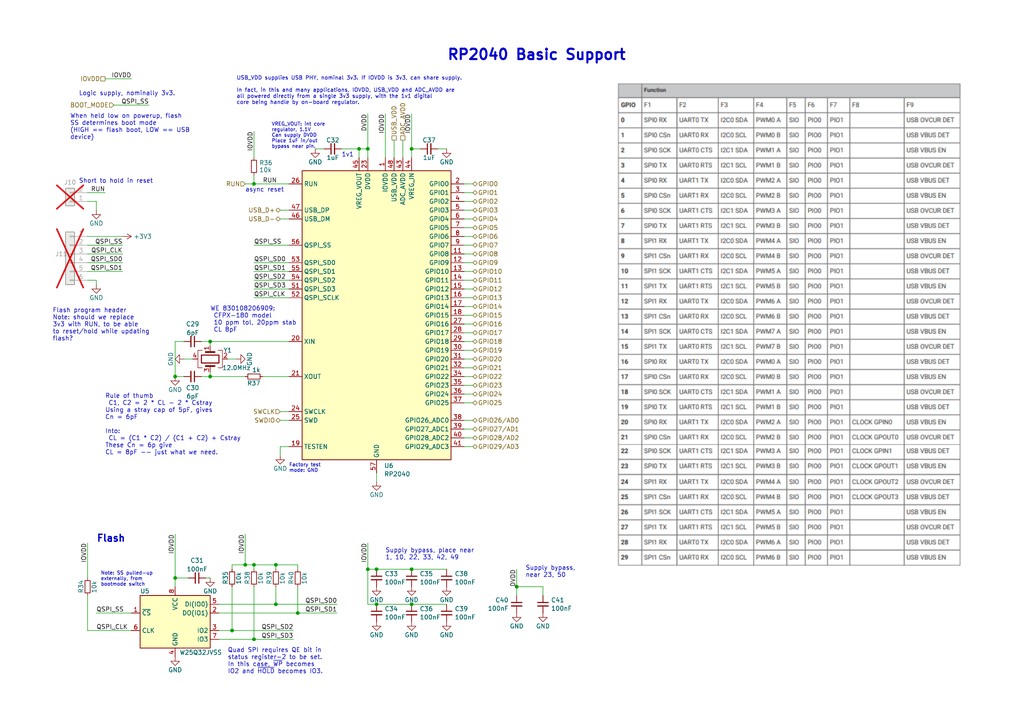
<source format=kicad_sch>
(kicad_sch (version 20230121) (generator eeschema)
  (paper "A4")
  (title_block (title "RP2040 Basic Support") (date "2023-11-22") (rev "1.0.3") (company "Psychogenic Technologies") (comment 1 "(C) 2023 Pat Deegan"))
  (lib_symbols
    (symbol "Connector_Generic:Conn_01x02" (pin_names (offset 1.016) hide)
      (property "Reference" "J" (at 0 2.54 0))
      (property "Value" "Conn_01x02" (at 0 -5.08 0))
      (symbol "Conn_01x02_1_1"
        (rectangle (start -1.27 -2.413) (end 0 -2.667) (stroke (width 0.1524)))
        (rectangle (start -1.27 0.127) (end 0 -0.127) (stroke (width 0.1524)))
        (rectangle (start -1.27 1.27) (end 1.27 -3.81) (stroke (width 0.254)) (fill (type background)))
        (pin passive line (at -5.08 0 0) (length 3.81) (name "Pin_1") (number "1"))
        (pin passive line (at -5.08 -2.54 0) (length 3.81) (name "Pin_2") (number "2"))
      )
    )
    (symbol "Connector_Generic:Conn_01x06" (pin_names (offset 1.016) hide)
      (property "Reference" "J" (at 0 7.62 0))
      (property "Value" "Conn_01x06" (at 0 -10.16 0))
      (symbol "Conn_01x06_1_1"
        (rectangle (start -1.27 -7.493) (end 0 -7.747) (stroke (width 0.1524)))
        (rectangle (start -1.27 -4.953) (end 0 -5.207) (stroke (width 0.1524)))
        (rectangle (start -1.27 -2.413) (end 0 -2.667) (stroke (width 0.1524)))
        (rectangle (start -1.27 0.127) (end 0 -0.127) (stroke (width 0.1524)))
        (rectangle (start -1.27 2.667) (end 0 2.413) (stroke (width 0.1524)))
        (rectangle (start -1.27 5.207) (end 0 4.953) (stroke (width 0.1524)))
        (rectangle (start -1.27 6.35) (end 1.27 -8.89) (stroke (width 0.254)) (fill (type background)))
        (pin passive line (at -5.08 5.08 0) (length 3.81) (name "Pin_1") (number "1"))
        (pin passive line (at -5.08 2.54 0) (length 3.81) (name "Pin_2") (number "2"))
        (pin passive line (at -5.08 0 0) (length 3.81) (name "Pin_3") (number "3"))
        (pin passive line (at -5.08 -2.54 0) (length 3.81) (name "Pin_4") (number "4"))
        (pin passive line (at -5.08 -5.08 0) (length 3.81) (name "Pin_5") (number "5"))
        (pin passive line (at -5.08 -7.62 0) (length 3.81) (name "Pin_6") (number "6"))
      )
    )
    (symbol "Device:C_Small" (pin_numbers hide) (pin_names (offset 0.254) hide)
      (property "Reference" "C" (at 0.254 1.778 0))
      (property "Value" "C_Small" (at 0.254 -2.032 0))
      (symbol "C_Small_0_1"
        (polyline (pts (xy -1.524 -0.508) (xy 1.524 -0.508)) (stroke (width 0.3302)))
        (polyline (pts (xy -1.524 0.508) (xy 1.524 0.508)) (stroke (width 0.3048)))
      )
      (symbol "C_Small_1_1"
        (pin passive line (at 0 2.54 270) (length 2.032) (name "~") (number "1"))
        (pin passive line (at 0 -2.54 90) (length 2.032) (name "~") (number "2"))
      )
    )
    (symbol "Device:Crystal_GND24" (pin_names (offset 1.016) hide)
      (property "Reference" "Y" (at 3.175 5.08 0))
      (property "Value" "Crystal_GND24" (at 3.175 3.175 0))
      (symbol "Crystal_GND24_0_1"
        (rectangle (start -1.143 2.54) (end 1.143 -2.54) (stroke (width 0.3048)))
        (polyline (pts (xy -2.54 0) (xy -2.032 0)))
        (polyline (pts (xy -2.032 -1.27) (xy -2.032 1.27)) (stroke (width 0.508)))
        (polyline (pts (xy 0 -3.81) (xy 0 -3.556)))
        (polyline (pts (xy 0 3.556) (xy 0 3.81)))
        (polyline (pts (xy 2.032 -1.27) (xy 2.032 1.27)) (stroke (width 0.508)))
        (polyline (pts (xy 2.032 0) (xy 2.54 0)))
        (polyline (pts (xy -2.54 -2.286) (xy -2.54 -3.556) (xy 2.54 -3.556) (xy 2.54 -2.286)))
        (polyline (pts (xy -2.54 2.286) (xy -2.54 3.556) (xy 2.54 3.556) (xy 2.54 2.286)))
      )
      (symbol "Crystal_GND24_1_1"
        (pin passive line (at -3.81 0 0) (length 1.27) (name "1") (number "1"))
        (pin passive line (at 0 5.08 270) (length 1.27) (name "2") (number "2"))
        (pin passive line (at 3.81 0 180) (length 1.27) (name "3") (number "3"))
        (pin passive line (at 0 -5.08 90) (length 1.27) (name "4") (number "4"))
      )
    )
    (symbol "Device:R_Small" (pin_numbers hide) (pin_names (offset 0.254) hide)
      (property "Reference" "R" (at 0.762 0.508 0))
      (property "Value" "R_Small" (at 0.762 -1.016 0))
      (symbol "R_Small_0_1"
        (rectangle (start -0.762 1.778) (end 0.762 -1.778) (stroke (width 0.2032)))
      )
      (symbol "R_Small_1_1"
        (pin passive line (at 0 2.54 270) (length 0.762) (name "~") (number "1"))
        (pin passive line (at 0 -2.54 90) (length 0.762) (name "~") (number "2"))
      )
    )
    (symbol "MCU_RaspberryPi:RP2040"
      (property "Reference" "U" (at 17.78 45.72 0))
      (property "Value" "RP2040" (at 17.78 43.18 0))
      (symbol "RP2040_0_1"
        (rectangle (start -21.59 41.91) (end 21.59 -41.91) (stroke (width 0.254)) (fill (type background)))
      )
      (symbol "RP2040_1_1"
        (pin power_in line (at 2.54 45.72 270) (length 3.81) (name "IOVDD") (number "1"))
        (pin passive line (at 2.54 45.72 270) (length 3.81) hide (name "IOVDD") (number "10"))
        (pin bidirectional line (at 25.4 17.78 180) (length 3.81) (name "GPIO8") (number "11"))
        (pin bidirectional line (at 25.4 15.24 180) (length 3.81) (name "GPIO9") (number "12"))
        (pin bidirectional line (at 25.4 12.7 180) (length 3.81) (name "GPIO10") (number "13"))
        (pin bidirectional line (at 25.4 10.16 180) (length 3.81) (name "GPIO11") (number "14"))
        (pin bidirectional line (at 25.4 7.62 180) (length 3.81) (name "GPIO12") (number "15"))
        (pin bidirectional line (at 25.4 5.08 180) (length 3.81) (name "GPIO13") (number "16"))
        (pin bidirectional line (at 25.4 2.54 180) (length 3.81) (name "GPIO14") (number "17"))
        (pin bidirectional line (at 25.4 0 180) (length 3.81) (name "GPIO15") (number "18"))
        (pin input line (at -25.4 -38.1 0) (length 3.81) (name "TESTEN") (number "19"))
        (pin bidirectional line (at 25.4 38.1 180) (length 3.81) (name "GPIO0") (number "2"))
        (pin input line (at -25.4 -7.62 0) (length 3.81) (name "XIN") (number "20"))
        (pin passive line (at -25.4 -17.78 0) (length 3.81) (name "XOUT") (number "21"))
        (pin passive line (at 2.54 45.72 270) (length 3.81) hide (name "IOVDD") (number "22"))
        (pin power_in line (at -2.54 45.72 270) (length 3.81) (name "DVDD") (number "23"))
        (pin input line (at -25.4 -27.94 0) (length 3.81) (name "SWCLK") (number "24"))
        (pin bidirectional line (at -25.4 -30.48 0) (length 3.81) (name "SWD") (number "25"))
        (pin input line (at -25.4 38.1 0) (length 3.81) (name "RUN") (number "26"))
        (pin bidirectional line (at 25.4 -2.54 180) (length 3.81) (name "GPIO16") (number "27"))
        (pin bidirectional line (at 25.4 -5.08 180) (length 3.81) (name "GPIO17") (number "28"))
        (pin bidirectional line (at 25.4 -7.62 180) (length 3.81) (name "GPIO18") (number "29"))
        (pin bidirectional line (at 25.4 35.56 180) (length 3.81) (name "GPIO1") (number "3"))
        (pin bidirectional line (at 25.4 -10.16 180) (length 3.81) (name "GPIO19") (number "30"))
        (pin bidirectional line (at 25.4 -12.7 180) (length 3.81) (name "GPIO20") (number "31"))
        (pin bidirectional line (at 25.4 -15.24 180) (length 3.81) (name "GPIO21") (number "32"))
        (pin passive line (at 2.54 45.72 270) (length 3.81) hide (name "IOVDD") (number "33"))
        (pin bidirectional line (at 25.4 -17.78 180) (length 3.81) (name "GPIO22") (number "34"))
        (pin bidirectional line (at 25.4 -20.32 180) (length 3.81) (name "GPIO23") (number "35"))
        (pin bidirectional line (at 25.4 -22.86 180) (length 3.81) (name "GPIO24") (number "36"))
        (pin bidirectional line (at 25.4 -25.4 180) (length 3.81) (name "GPIO25") (number "37"))
        (pin bidirectional line (at 25.4 -30.48 180) (length 3.81) (name "GPIO26_ADC0") (number "38"))
        (pin bidirectional line (at 25.4 -33.02 180) (length 3.81) (name "GPIO27_ADC1") (number "39"))
        (pin bidirectional line (at 25.4 33.02 180) (length 3.81) (name "GPIO2") (number "4"))
        (pin bidirectional line (at 25.4 -35.56 180) (length 3.81) (name "GPIO28_ADC2") (number "40"))
        (pin bidirectional line (at 25.4 -38.1 180) (length 3.81) (name "GPIO29_ADC3") (number "41"))
        (pin passive line (at 2.54 45.72 270) (length 3.81) hide (name "IOVDD") (number "42"))
        (pin power_in line (at 7.62 45.72 270) (length 3.81) (name "ADC_AVDD") (number "43"))
        (pin power_in line (at 10.16 45.72 270) (length 3.81) (name "VREG_IN") (number "44"))
        (pin power_out line (at -5.08 45.72 270) (length 3.81) (name "VREG_VOUT") (number "45"))
        (pin bidirectional line (at -25.4 27.94 0) (length 3.81) (name "USB_DM") (number "46"))
        (pin bidirectional line (at -25.4 30.48 0) (length 3.81) (name "USB_DP") (number "47"))
        (pin power_in line (at 5.08 45.72 270) (length 3.81) (name "USB_VDD") (number "48"))
        (pin passive line (at 2.54 45.72 270) (length 3.81) hide (name "IOVDD") (number "49"))
        (pin bidirectional line (at 25.4 30.48 180) (length 3.81) (name "GPIO3") (number "5"))
        (pin passive line (at -2.54 45.72 270) (length 3.81) hide (name "DVDD") (number "50"))
        (pin bidirectional line (at -25.4 7.62 0) (length 3.81) (name "QSPI_SD3") (number "51"))
        (pin output line (at -25.4 5.08 0) (length 3.81) (name "QSPI_SCLK") (number "52"))
        (pin bidirectional line (at -25.4 15.24 0) (length 3.81) (name "QSPI_SD0") (number "53"))
        (pin bidirectional line (at -25.4 10.16 0) (length 3.81) (name "QSPI_SD2") (number "54"))
        (pin bidirectional line (at -25.4 12.7 0) (length 3.81) (name "QSPI_SD1") (number "55"))
        (pin bidirectional line (at -25.4 20.32 0) (length 3.81) (name "QSPI_SS") (number "56"))
        (pin power_in line (at 0 -45.72 90) (length 3.81) (name "GND") (number "57"))
        (pin bidirectional line (at 25.4 27.94 180) (length 3.81) (name "GPIO4") (number "6"))
        (pin bidirectional line (at 25.4 25.4 180) (length 3.81) (name "GPIO5") (number "7"))
        (pin bidirectional line (at 25.4 22.86 180) (length 3.81) (name "GPIO6") (number "8"))
        (pin bidirectional line (at 25.4 20.32 180) (length 3.81) (name "GPIO7") (number "9"))
      )
    )
    (symbol "Memory_Flash:W25Q32JVSS"
      (property "Reference" "U" (at -8.89 8.89 0))
      (property "Value" "W25Q32JVSS" (at 7.62 8.89 0))
      (symbol "W25Q32JVSS_0_1"
        (rectangle (start -10.16 7.62) (end 10.16 -7.62) (stroke (width 0.254)) (fill (type background)))
      )
      (symbol "W25Q32JVSS_1_1"
        (pin input line (at -12.7 2.54 0) (length 2.54) (name "~{CS}") (number "1"))
        (pin bidirectional line (at 12.7 2.54 180) (length 2.54) (name "DO(IO1)") (number "2"))
        (pin bidirectional line (at 12.7 -2.54 180) (length 2.54) (name "IO2") (number "3"))
        (pin power_in line (at 0 -10.16 90) (length 2.54) (name "GND") (number "4"))
        (pin bidirectional line (at 12.7 5.08 180) (length 2.54) (name "DI(IO0)") (number "5"))
        (pin input line (at -12.7 -2.54 0) (length 2.54) (name "CLK") (number "6"))
        (pin bidirectional line (at 12.7 -5.08 180) (length 2.54) (name "IO3") (number "7"))
        (pin power_in line (at 0 10.16 270) (length 2.54) (name "VCC") (number "8"))
      )
    )
    (symbol "power:+3V3" (power) (pin_names (offset 0))
      (property "Value" "+3V3" (at 0 3.556 0))
      (symbol "+3V3_0_1"
        (polyline (pts (xy -0.762 1.27) (xy 0 2.54)))
        (polyline (pts (xy 0 0) (xy 0 2.54)))
        (polyline (pts (xy 0 2.54) (xy 0.762 1.27)))
      )
      (symbol "+3V3_1_1"
        (pin power_in line (at 0 0 90) (length 0) hide (name "+3V3") (number "1"))
      )
    )
    (symbol "power:GND" (power) (pin_names (offset 0))
      (property "Value" "GND" (at 0 -3.81 0))
      (symbol "GND_0_1"
        (polyline (pts (xy 0 0) (xy 0 -1.27) (xy 1.27 -1.27) (xy 0 -2.54) (xy -1.27 -1.27) (xy 0 -1.27)))
      )
      (symbol "GND_1_1"
        (pin power_in line (at 0 0 270) (length 0) hide (name "GND") (number "1"))
      )
    )
  )
  (junction (at 73.66 185.42))
  (junction (at 106.68 43.18))
  (junction (at 67.31 182.88))
  (junction (at 149.86 170.18))
  (junction (at 80.01 175.26))
  (junction (at 119.38 175.26))
  (junction (at 119.38 43.18))
  (junction (at 119.38 165.1))
  (junction (at 60.96 109.22))
  (junction (at 104.14 43.18))
  (junction (at 60.96 99.06))
  (junction (at 50.8 167.64))
  (junction (at 106.68 165.1))
  (junction (at 73.66 53.34))
  (junction (at 80.01 163.83))
  (junction (at 73.66 163.83))
  (junction (at 109.22 165.1))
  (junction (at 109.22 175.26))
  (junction (at 86.36 177.8))
  (junction (at 71.12 163.83))
  (junction (at 50.8 109.22))
  (wire (pts (xy 81.28 119.38) (xy 83.82 119.38)))
  (wire (pts (xy 73.66 86.36) (xy 83.82 86.36)))
  (wire (pts (xy 33.02 30.48) (xy 43.18 30.48)))
  (wire (pts (xy 58.42 109.22) (xy 60.96 109.22)))
  (wire (pts (xy 111.76 33.02) (xy 111.76 45.72)))
  (wire (pts (xy 30.48 22.86) (xy 38.1 22.86)))
  (wire (pts (xy 137.16 116.84) (xy 134.62 116.84)))
  (wire (pts (xy 60.96 99.06) (xy 83.82 99.06)))
  (wire (pts (xy 50.8 167.64) (xy 50.8 170.18)))
  (wire (pts (xy 73.66 78.74) (xy 83.82 78.74)))
  (wire (pts (xy 25.4 73.66) (xy 35.56 73.66)))
  (wire (pts (xy 25.4 55.88) (xy 30.48 55.88)))
  (wire (pts (xy 83.82 109.22) (xy 76.2 109.22)))
  (wire (pts (xy 149.86 170.18) (xy 149.86 172.72)))
  (wire (pts (xy 137.16 96.52) (xy 134.62 96.52)))
  (wire (pts (xy 137.16 81.28) (xy 134.62 81.28)))
  (wire (pts (xy 137.16 99.06) (xy 134.62 99.06)))
  (wire (pts (xy 53.34 104.14) (xy 55.88 104.14)))
  (wire (pts (xy 104.14 43.18) (xy 106.68 43.18)))
  (wire (pts (xy 60.96 100.33) (xy 60.96 99.06)))
  (wire (pts (xy 50.8 99.06) (xy 50.8 109.22)))
  (wire (pts (xy 25.4 68.58) (xy 35.56 68.58)))
  (wire (pts (xy 119.38 43.18) (xy 121.92 43.18)))
  (wire (pts (xy 73.66 81.28) (xy 83.82 81.28)))
  (wire (pts (xy 137.16 104.14) (xy 134.62 104.14)))
  (wire (pts (xy 83.82 129.54) (xy 81.28 129.54)))
  (wire (pts (xy 80.01 170.18) (xy 80.01 175.26)))
  (wire (pts (xy 25.4 172.72) (xy 25.4 182.88)))
  (wire (pts (xy 25.4 78.74) (xy 35.56 78.74)))
  (wire (pts (xy 25.4 71.12) (xy 35.56 71.12)))
  (wire (pts (xy 53.34 99.06) (xy 50.8 99.06)))
  (wire (pts (xy 106.68 157.48) (xy 106.68 165.1)))
  (wire (pts (xy 80.01 163.83) (xy 86.36 163.83)))
  (wire (pts (xy 137.16 127) (xy 134.62 127)))
  (wire (pts (xy 137.16 63.5) (xy 134.62 63.5)))
  (wire (pts (xy 59.69 167.64) (xy 60.96 167.64)))
  (wire (pts (xy 119.38 175.26) (xy 129.54 175.26)))
  (wire (pts (xy 86.36 163.83) (xy 86.36 165.1)))
  (wire (pts (xy 137.16 129.54) (xy 134.62 129.54)))
  (wire (pts (xy 73.66 71.12) (xy 83.82 71.12)))
  (wire (pts (xy 25.4 81.28) (xy 27.94 81.28)))
  (wire (pts (xy 63.5 182.88) (xy 67.31 182.88)))
  (wire (pts (xy 73.66 163.83) (xy 73.66 165.1)))
  (wire (pts (xy 27.94 82.55) (xy 27.94 81.28)))
  (wire (pts (xy 137.16 66.04) (xy 134.62 66.04)))
  (wire (pts (xy 137.16 91.44) (xy 134.62 91.44)))
  (wire (pts (xy 149.86 170.18) (xy 157.48 170.18)))
  (wire (pts (xy 137.16 73.66) (xy 134.62 73.66)))
  (wire (pts (xy 137.16 93.98) (xy 134.62 93.98)))
  (wire (pts (xy 116.84 40.64) (xy 116.84 45.72)))
  (wire (pts (xy 80.01 163.83) (xy 80.01 165.1)))
  (wire (pts (xy 106.68 175.26) (xy 109.22 175.26)))
  (wire (pts (xy 104.14 43.18) (xy 99.06 43.18)))
  (wire (pts (xy 80.01 175.26) (xy 97.79 175.26)))
  (wire (pts (xy 73.66 76.2) (xy 83.82 76.2)))
  (wire (pts (xy 63.5 185.42) (xy 73.66 185.42)))
  (wire (pts (xy 67.31 182.88) (xy 67.31 170.18)))
  (wire (pts (xy 71.12 53.34) (xy 73.66 53.34)))
  (wire (pts (xy 73.66 163.83) (xy 80.01 163.83)))
  (wire (pts (xy 137.16 109.22) (xy 134.62 109.22)))
  (wire (pts (xy 81.28 63.5) (xy 83.82 63.5)))
  (wire (pts (xy 25.4 182.88) (xy 38.1 182.88)))
  (wire (pts (xy 119.38 33.02) (xy 119.38 43.18)))
  (wire (pts (xy 73.66 50.8) (xy 73.66 53.34)))
  (wire (pts (xy 25.4 58.42) (xy 27.94 58.42)))
  (wire (pts (xy 81.28 121.92) (xy 83.82 121.92)))
  (wire (pts (xy 71.12 154.94) (xy 71.12 163.83)))
  (wire (pts (xy 25.4 76.2) (xy 35.56 76.2)))
  (wire (pts (xy 137.16 71.12) (xy 134.62 71.12)))
  (wire (pts (xy 137.16 55.88) (xy 134.62 55.88)))
  (wire (pts (xy 137.16 83.82) (xy 134.62 83.82)))
  (wire (pts (xy 104.14 45.72) (xy 104.14 43.18)))
  (wire (pts (xy 137.16 60.96) (xy 134.62 60.96)))
  (wire (pts (xy 27.94 177.8) (xy 38.1 177.8)))
  (wire (pts (xy 106.68 43.18) (xy 106.68 45.72)))
  (wire (pts (xy 106.68 33.02) (xy 106.68 43.18)))
  (wire (pts (xy 86.36 177.8) (xy 97.79 177.8)))
  (wire (pts (xy 73.66 83.82) (xy 83.82 83.82)))
  (wire (pts (xy 109.22 175.26) (xy 119.38 175.26)))
  (wire (pts (xy 86.36 170.18) (xy 86.36 177.8)))
  (wire (pts (xy 137.16 124.46) (xy 134.62 124.46)))
  (wire (pts (xy 58.42 99.06) (xy 60.96 99.06)))
  (wire (pts (xy 73.66 38.1) (xy 73.66 45.72)))
  (wire (pts (xy 27.94 58.42) (xy 27.94 60.96)))
  (wire (pts (xy 137.16 78.74) (xy 134.62 78.74)))
  (wire (pts (xy 50.8 167.64) (xy 54.61 167.64)))
  (wire (pts (xy 67.31 165.1) (xy 67.31 163.83)))
  (wire (pts (xy 137.16 53.34) (xy 134.62 53.34)))
  (wire (pts (xy 50.8 109.22) (xy 53.34 109.22)))
  (wire (pts (xy 73.66 53.34) (xy 83.82 53.34)))
  (wire (pts (xy 109.22 165.1) (xy 119.38 165.1)))
  (wire (pts (xy 67.31 163.83) (xy 71.12 163.83)))
  (wire (pts (xy 157.48 170.18) (xy 157.48 172.72)))
  (wire (pts (xy 137.16 88.9) (xy 134.62 88.9)))
  (wire (pts (xy 71.12 163.83) (xy 73.66 163.83)))
  (wire (pts (xy 63.5 175.26) (xy 80.01 175.26)))
  (wire (pts (xy 137.16 121.92) (xy 134.62 121.92)))
  (wire (pts (xy 137.16 111.76) (xy 134.62 111.76)))
  (wire (pts (xy 81.28 129.54) (xy 81.28 132.08)))
  (wire (pts (xy 73.66 185.42) (xy 85.09 185.42)))
  (wire (pts (xy 119.38 43.18) (xy 119.38 45.72)))
  (wire (pts (xy 137.16 68.58) (xy 134.62 68.58)))
  (wire (pts (xy 114.3 40.64) (xy 114.3 45.72)))
  (wire (pts (xy 119.38 165.1) (xy 129.54 165.1)))
  (wire (pts (xy 63.5 177.8) (xy 86.36 177.8)))
  (wire (pts (xy 25.4 157.48) (xy 25.4 167.64)))
  (wire (pts (xy 67.31 182.88) (xy 85.09 182.88)))
  (wire (pts (xy 91.44 43.18) (xy 93.98 43.18)))
  (wire (pts (xy 127 43.18) (xy 129.54 43.18)))
  (wire (pts (xy 137.16 58.42) (xy 134.62 58.42)))
  (wire (pts (xy 106.68 165.1) (xy 106.68 175.26)))
  (wire (pts (xy 50.8 154.94) (xy 50.8 167.64)))
  (wire (pts (xy 71.12 109.22) (xy 60.96 109.22)))
  (wire (pts (xy 106.68 165.1) (xy 109.22 165.1)))
  (wire (pts (xy 109.22 137.16) (xy 109.22 139.7)))
  (wire (pts (xy 149.86 165.1) (xy 149.86 170.18)))
  (wire (pts (xy 137.16 86.36) (xy 134.62 86.36)))
  (wire (pts (xy 137.16 76.2) (xy 134.62 76.2)))
  (wire (pts (xy 137.16 114.3) (xy 134.62 114.3)))
  (wire (pts (xy 137.16 106.68) (xy 134.62 106.68)))
  (wire (pts (xy 73.66 170.18) (xy 73.66 185.42)))
  (wire (pts (xy 66.04 104.14) (xy 68.58 104.14)))
  (wire (pts (xy 81.28 60.96) (xy 83.82 60.96)))
  (wire (pts (xy 60.96 109.22) (xy 60.96 107.95)))
  (wire (pts (xy 137.16 101.6) (xy 134.62 101.6)))
  (image (at 228.6 93.98) (scale 2.35212))
  (text "async reset" (at 71.12 55.88 0) (effects (font (size 1.27 1.27)) (justify left bottom)))
  (text "RP2040 Basic Support" (at 129.54 17.78 0) (effects (font (size 3 3) (thickness 0.6) bold) (justify left bottom)))
  (text "Flash" (at 27.94 157.48 0) (effects (font (size 2 2) (thickness 0.4) bold) (justify left bottom)))
  (text "Short to hold in reset" (at 22.86 53.34 0) (effects (font (size 1.27 1.27)) (justify left bottom)))
  (text "VREG_VOUT: int core\nregulator, 1.1V\nCan supply DVDD\nPlace 1uF in/out \nbypass near pin." (at 78.74 43.18 0) (effects (font (size 1 1)) (justify left bottom)))
  (text "When held low on powerup, flash\nSS determines boot mode \n(HIGH == flash boot, LOW == USB \ndevice)" (at 20.32 40.64 0) (effects (font (size 1.27 1.27)) (justify left bottom)))
  (text "WE 830108206909:\n CFPX-180 model\n 10 ppm tol, 20ppm stab\n CL 8pF" (at 60.96 96.52 0) (effects (font (size 1.27 1.27)) (justify left bottom)))
  (text "1v1" (at 99.06 45.72 0) (effects (font (size 1.27 1.27)) (justify left bottom)))
  (text "USB_VDD supplies USB PHY, nominal 3v3. If IOVDD is 3v3, can share supply.\n\nIn fact, in this and many applications, IOVDD, USB_VDD and ADC_AVDD are\nall powered directly from a single 3v3 supply, with the 1v1 digital \ncore being handle by on-board regulator." (at 68.58 30.48 0) (effects (font (size 1.1 1.1)) (justify left bottom)))
  (text "Flash program header\nNote: should we replace\n3v3 with RUN, to be able\nto reset/hold while updating\nflash?" (at 15.24 99.06 0) (effects (font (size 1.27 1.27)) (justify left bottom)))
  (text "Supply bypass, place near\n1, 10, 22, 33, 42, 49" (at 111.76 162.56 0) (effects (font (size 1.27 1.27)) (justify left bottom)))
  (text "Quad SPI requires QE bit in \nstatus register-2 to be set.\nIn this case, ~{WP} becomes \nIO2 and ~{HOLD} becomes IO3." (at 66.04 195.58 0) (effects (font (size 1.27 1.27)) (justify left bottom)))
  (text "Factory test\nmode: GND" (at 83.82 137.16 0) (effects (font (size 1 1)) (justify left bottom)))
  (text "Rule of thumb\n C1, C2 = 2 * CL - 2 * Cstray\nUsing a stray cap of 5pF, gives\nCn = 6pF\n\nInto:\n CL = (C1 * C2) / (C1 + C2) + Cstray\nThese Cn = 6p give\nCL = 8pF -- just what we need." (at 30.48 132.08 0) (effects (font (size 1.27 1.27)) (justify left bottom)))
  (text "Logic supply, nominally 3v3." (at 22.86 27.94 0) (effects (font (size 1.27 1.27)) (justify left bottom)))
  (text "Supply bypass,\nnear 23, 50" (at 152.4 167.64 0) (effects (font (size 1.27 1.27)) (justify left bottom)))
  (text "Note: SS pulled-up\nexternally, from \nbootmode switch" (at 29.21 170.18 0) (effects (font (size 1 1)) (justify left bottom)))
  (label "QSPI_SS" (at 35.56 71.12 180))
  (label "QSPI_SD2" (at 85.09 182.88 180))
  (label "QSPI_SD1" (at 97.79 177.8 180))
  (label "RUN" (at 30.48 55.88 180))
  (label "RUN" (at 76.2 53.34 0))
  (label "DVDD" (at 106.68 33.02 270))
  (label "DVDD" (at 149.86 165.1 270))
  (label "IOVDD" (at 73.66 38.1 270))
  (label "QSPI_CLK" (at 27.94 182.88 0))
  (label "IOVDD" (at 119.38 33.02 270))
  (label "QSPI_SD1" (at 73.66 78.74 0))
  (label "QSPI_SD0" (at 73.66 76.2 0))
  (label "IOVDD" (at 38.1 22.86 180))
  (label "QSPI_SD0" (at 97.79 175.26 180))
  (label "QSPI_SD3" (at 73.66 83.82 0))
  (label "QSPI_SD2" (at 73.66 81.28 0))
  (label "IOVDD" (at 106.68 157.48 270))
  (label "QSPI_SS" (at 43.18 30.48 180))
  (label "QSPI_SD1" (at 35.56 78.74 180))
  (label "QSPI_CLK" (at 73.66 86.36 0))
  (label "QSPI_SD0" (at 35.56 76.2 180))
  (label "IOVDD" (at 71.12 154.94 270))
  (label "QSPI_SS" (at 27.94 177.8 0))
  (label "QSPI_SS" (at 73.66 71.12 0))
  (label "IOVDD" (at 111.76 33.02 270))
  (label "IOVDD" (at 25.4 157.48 270))
  (label "QSPI_CLK" (at 35.56 73.66 180))
  (label "IOVDD" (at 50.8 154.94 270))
  (label "QSPI_SD3" (at 85.09 185.42 180))
  (hierarchical_label "GPIO26{slash}AD0" (shape bidirectional) (at 137.16 121.92 0))
  (hierarchical_label "GPIO0" (shape bidirectional) (at 137.16 53.34 0))
  (hierarchical_label "GPIO4" (shape bidirectional) (at 137.16 63.5 0))
  (hierarchical_label "GPIO25" (shape bidirectional) (at 137.16 116.84 0))
  (hierarchical_label "BOOT_MODE" (shape input) (at 33.02 30.48 180))
  (hierarchical_label "GPIO15" (shape bidirectional) (at 137.16 91.44 0))
  (hierarchical_label "ADC_AVDD" (shape passive) (at 116.84 40.64 90))
  (hierarchical_label "GPIO10" (shape bidirectional) (at 137.16 78.74 0))
  (hierarchical_label "GPIO13" (shape bidirectional) (at 137.16 86.36 0))
  (hierarchical_label "GPIO14" (shape bidirectional) (at 137.16 88.9 0))
  (hierarchical_label "GPIO18" (shape bidirectional) (at 137.16 99.06 0))
  (hierarchical_label "GPIO24" (shape bidirectional) (at 137.16 114.3 0))
  (hierarchical_label "SWDIO" (shape bidirectional) (at 81.28 121.92 180))
  (hierarchical_label "USB_D+" (shape bidirectional) (at 81.28 60.96 180))
  (hierarchical_label "GPIO16" (shape bidirectional) (at 137.16 93.98 0))
  (hierarchical_label "SWCLK" (shape input) (at 81.28 119.38 180))
  (hierarchical_label "GPIO27{slash}AD1" (shape bidirectional) (at 137.16 124.46 0))
  (hierarchical_label "GPIO5" (shape bidirectional) (at 137.16 66.04 0))
  (hierarchical_label "GPIO28{slash}AD2" (shape bidirectional) (at 137.16 127 0))
  (hierarchical_label "USB_D-" (shape bidirectional) (at 81.28 63.5 180))
  (hierarchical_label "USB_VDD" (shape passive) (at 114.3 40.64 90))
  (hierarchical_label "GPIO6" (shape bidirectional) (at 137.16 68.58 0))
  (hierarchical_label "GPIO22" (shape bidirectional) (at 137.16 109.22 0))
  (hierarchical_label "GPIO2" (shape bidirectional) (at 137.16 58.42 0))
  (hierarchical_label "GPIO21" (shape bidirectional) (at 137.16 106.68 0))
  (hierarchical_label "GPIO29{slash}AD3" (shape bidirectional) (at 137.16 129.54 0))
  (hierarchical_label "GPIO20" (shape bidirectional) (at 137.16 104.14 0))
  (hierarchical_label "GPIO19" (shape bidirectional) (at 137.16 101.6 0))
  (hierarchical_label "IOVDD" (shape passive) (at 30.48 22.86 180))
  (hierarchical_label "GPIO23" (shape bidirectional) (at 137.16 111.76 0))
  (hierarchical_label "GPIO8" (shape bidirectional) (at 137.16 73.66 0))
  (hierarchical_label "GPIO17" (shape bidirectional) (at 137.16 96.52 0))
  (hierarchical_label "RUN" (shape input) (at 71.12 53.34 180))
  (hierarchical_label "GPIO11" (shape bidirectional) (at 137.16 81.28 0))
  (hierarchical_label "GPIO9" (shape bidirectional) (at 137.16 76.2 0))
  (hierarchical_label "GPIO1" (shape bidirectional) (at 137.16 55.88 0))
  (hierarchical_label "GPIO7" (shape bidirectional) (at 137.16 71.12 0))
  (hierarchical_label "GPIO12" (shape bidirectional) (at 137.16 83.82 0))
  (hierarchical_label "GPIO3" (shape bidirectional) (at 137.16 60.96 0))
  (symbol (lib_id "power:GND") (at 149.86 177.8 0) (mirror y) (unit 1)
    (property "Reference" "#PWR0108" (effects hide))
    (property "Value" "GND" (at 149.86 181.61 0))
  )
  (symbol (lib_id "power:GND") (at 60.96 167.64 0) (mirror y) (unit 1)
    (property "Reference" "#PWR096" (effects hide))
    (property "Value" "GND" (at 60.96 171.45 0))
  )
  (symbol (lib_id "Device:C_Small") (at 55.88 109.22 270) (unit 1)
    (property "Reference" "C30" (at 55.8736 112.5022 90))
    (property "Value" "6pF" (at 55.8736 114.9264 90))
    (property "Footprint" "Capacitor_SMD:C_0402_1005Metric" (effects hide))
    (property "MPN" "CC0402BRNPO9BN6R0" (effects hide))
    (property "Characteristics" "6pF 10% 50V XR 0402" (effects hide))
  )
  (symbol (lib_id "power:GND") (at 109.22 170.18 0) (mirror y) (unit 1)
    (property "Reference" "#PWR0101" (effects hide))
    (property "Value" "GND" (at 109.22 173.99 0))
  )
  (symbol (lib_id "Device:R_Small") (at 80.01 167.64 0) (mirror y) (unit 1)
    (property "Reference" "R39" (at 78.105 169.545 90) (effects (justify left)))
    (property "Value" "10k" (at 81.915 169.545 90) (effects (justify left)))
    (property "Footprint" "Resistor_SMD:R_0402_1005Metric" (effects hide))
    (property "MPN" "RC0402FR-0710KL" (effects hide))
    (property "Characteristics" "10k 0402" (effects hide))
    (property "MPN_ALT" "WR04X1002FTL" (effects hide))
  )
  (symbol (lib_id "Device:C_Small") (at 119.38 177.8 0) (unit 1)
    (property "Reference" "C36" (at 121.7041 176.5942 0) (effects (justify left)))
    (property "Value" "100nF" (at 121.7041 179.0184 0) (effects (justify left)))
    (property "Footprint" "Capacitor_SMD:C_0402_1005Metric" (effects hide))
    (property "MPN" "CL05A104KA5NNNC" (effects hide))
    (property "Characteristics" "100n 10% 25V XR 0402" (effects hide))
    (property "MPN_ALT" "GRM155R71E104KE14J" (effects hide))
  )
  (symbol (lib_id "MCU_RaspberryPi:RP2040") (at 109.22 91.44 0) (unit 1)
    (property "Reference" "U6" (at 111.4141 135.0701 0) (effects (justify left)))
    (property "Value" "RP2040" (at 111.4141 137.4943 0) (effects (justify left)))
    (property "Footprint" "Package_DFN_QFN:QFN-56-1EP_7x7mm_P0.4mm_EP3.2x3.2mm" (effects hide))
    (property "Datasheet" "https://datasheets.raspberrypi.com/rp2040/rp2040-datasheet.pdf" (effects hide))
    (property "DigikeyPN" "2648-SC0914(13)CT-ND" (effects hide))
    (property "MPN" "SC0914(13)" (effects hide))
  )
  (symbol (lib_id "Device:C_Small") (at 119.38 167.64 0) (unit 1)
    (property "Reference" "C35" (at 121.7041 166.4342 0) (effects (justify left)))
    (property "Value" "100nF" (at 121.7041 168.8584 0) (effects (justify left)))
    (property "Footprint" "Capacitor_SMD:C_0402_1005Metric" (effects hide))
    (property "MPN" "CL05A104KA5NNNC" (effects hide))
    (property "Characteristics" "100n 10% 25V XR 0402" (effects hide))
    (property "MPN_ALT" "GRM155R71E104KE14J" (effects hide))
  )
  (symbol (lib_id "power:GND") (at 27.94 60.96 0) (mirror y) (unit 1)
    (property "Reference" "#PWR090" (effects hide))
    (property "Value" "GND" (at 27.94 64.77 0))
  )
  (symbol (lib_id "power:GND") (at 157.48 177.8 0) (mirror y) (unit 1)
    (property "Reference" "#PWR0109" (effects hide))
    (property "Value" "GND" (at 157.48 181.61 0))
  )
  (symbol (lib_id "Device:C_Small") (at 129.54 177.8 0) (unit 1)
    (property "Reference" "C39" (at 131.8641 176.5942 0) (effects (justify left)))
    (property "Value" "100nF" (at 131.8641 179.0184 0) (effects (justify left)))
    (property "Footprint" "Capacitor_SMD:C_0402_1005Metric" (effects hide))
    (property "MPN" "CL05A104KA5NNNC" (effects hide))
    (property "Characteristics" "100n 10% 25V XR 0402" (effects hide))
    (property "MPN_ALT" "GRM155R71E104KE14J" (effects hide))
  )
  (symbol (lib_id "power:GND") (at 129.54 43.18 0) (mirror y) (unit 1)
    (property "Reference" "#PWR0105" (effects hide))
    (property "Value" "GND" (at 129.54 46.99 0))
  )
  (symbol (lib_id "Device:C_Small") (at 157.48 175.26 0) (unit 1)
    (property "Reference" "C41" (at 159.8041 174.0542 0) (effects (justify left)))
    (property "Value" "100nF" (at 159.8041 176.4784 0) (effects (justify left)))
    (property "Footprint" "Capacitor_SMD:C_0402_1005Metric" (effects hide))
    (property "MPN" "CL05A104KA5NNNC" (effects hide))
    (property "Characteristics" "100n 10% 25V XR 0402" (effects hide))
    (property "MPN_ALT" "GRM155R71E104KE14J" (effects hide))
  )
  (symbol (lib_id "Device:R_Small") (at 73.66 109.22 90) (mirror x) (unit 1)
    (property "Reference" "R37" (at 75.565 111.125 90) (effects (justify left)))
    (property "Value" "1k" (at 75.565 107.315 90) (effects (justify left)))
    (property "Footprint" "Resistor_SMD:R_0402_1005Metric" (effects hide))
    (property "MPN" "CR0402-FX-1001GLF" (effects hide))
    (property "MPN_ALT" "WR04X1001FTL" (effects hide))
    (property "Characteristics" "1k 0402" (effects hide))
  )
  (symbol (lib_id "Device:R_Small") (at 25.4 170.18 0) (mirror y) (unit 1)
    (property "Reference" "R34" (at 23.495 172.085 90) (effects (justify left)))
    (property "Value" "10k" (at 27.305 172.085 90) (effects (justify left)))
    (property "Footprint" "Resistor_SMD:R_0402_1005Metric" (effects hide))
    (property "MPN" "RC0402FR-0710KL" (effects hide))
    (property "Characteristics" "10k 0402" (effects hide))
    (property "MPN_ALT" "WR04X1002FTL" (effects hide))
  )
  (symbol (lib_id "power:GND") (at 50.8 109.22 0) (mirror y) (unit 1)
    (property "Reference" "#PWR093" (effects hide))
    (property "Value" "GND" (at 50.8 113.03 0))
  )
  (symbol (lib_id "Connector_Generic:Conn_01x06") (at 20.32 73.66 0) (mirror y) (unit 1) (dnp yes)
    (property "Reference" "J11" (at 17.78 73.66 0))
    (property "Value" "Conn_01x06" (effects hide))
    (property "Footprint" "Connector_PinHeader_2.54mm:PinHeader_1x06_P2.54mm_Vertical_SMD_Pin1Right" (effects hide))
    (property "Datasheet" "https://www.we-online.com/components/products/datasheet/61300611121.pdf" (effects hide))
    (property "MPN" "61300611121" (effects hide))
  )
  (symbol (lib_id "power:GND") (at 119.38 180.34 0) (mirror y) (unit 1)
    (property "Reference" "#PWR0104" (effects hide))
    (property "Value" "GND" (at 119.38 184.15 0))
  )
  (symbol (lib_id "power:GND") (at 53.34 104.14 270) (mirror x) (unit 1)
    (property "Reference" "#PWR095" (effects hide))
    (property "Value" "GND" (at 49.53 104.14 0))
  )
  (symbol (lib_id "Device:R_Small") (at 73.66 48.26 0) (mirror y) (unit 1)
    (property "Reference" "R36" (at 75.1586 47.236 0) (effects (justify right)))
    (property "Value" "10k" (at 75.1586 49.284 0) (effects (justify right)))
    (property "Footprint" "Resistor_SMD:R_0402_1005Metric" (effects hide))
    (property "MPN" "RC0402FR-0710KL" (effects hide))
    (property "Characteristics" "10k 0402" (effects hide))
    (property "MPN_ALT" "WR04X1002FTL" (effects hide))
  )
  (symbol (lib_id "Device:C_Small") (at 129.54 167.64 0) (unit 1)
    (property "Reference" "C38" (at 131.8641 166.4342 0) (effects (justify left)))
    (property "Value" "100nF" (at 131.8641 168.8584 0) (effects (justify left)))
    (property "Footprint" "Capacitor_SMD:C_0402_1005Metric" (effects hide))
    (property "MPN" "CL05A104KA5NNNC" (effects hide))
    (property "Characteristics" "100n 10% 25V XR 0402" (effects hide))
    (property "MPN_ALT" "GRM155R71E104KE14J" (effects hide))
  )
  (symbol (lib_id "power:GND") (at 91.44 43.18 0) (mirror y) (unit 1)
    (property "Reference" "#PWR099" (effects hide))
    (property "Value" "GND" (at 91.44 46.99 0))
  )
  (symbol (lib_id "Device:C_Small") (at 109.22 167.64 0) (unit 1)
    (property "Reference" "C33" (at 111.5441 166.4342 0) (effects (justify left)))
    (property "Value" "100nF" (at 111.5441 168.8584 0) (effects (justify left)))
    (property "Footprint" "Capacitor_SMD:C_0402_1005Metric" (effects hide))
    (property "MPN" "CL05A104KA5NNNC" (effects hide))
    (property "Characteristics" "100n 10% 25V XR 0402" (effects hide))
    (property "MPN_ALT" "GRM155R71E104KE14J" (effects hide))
  )
  (symbol (lib_id "Device:Crystal_GND24") (at 60.96 104.14 270) (unit 1)
    (property "Reference" "Y1" (at 66.04 101.6 90))
    (property "Value" "12.0MHz" (at 68.58 106.68 90))
    (property "Footprint" "Crystal:Crystal_SMD_3225-4Pin_3.2x2.5mm" (effects hide))
    (property "Datasheet" "https://www.we-online.com/components/products/datasheet/830108206909.pdf" (effects hide))
    (property "MPN" "830108206909" (effects hide))
    (property "Description" "12 MHz ±10ppm Crystal 8pF 120 Ohms 4-SMD, No Lead" (effects hide))
    (property "DigikeyPN" "1923-830108206909DKR-ND" (effects hide))
  )
  (symbol (lib_id "Device:C_Small") (at 96.52 43.18 90) (unit 1)
    (property "Reference" "C32" (at 96.52 40.64 90))
    (property "Value" "1uF" (at 96.52 45.72 90))
    (property "Footprint" "Capacitor_SMD:C_0603_1608Metric" (effects hide))
    (property "MPN" "CL10A105KA8NNNC" (effects hide))
    (property "MPN_ALT" "C0603C105K4RAC7411" (effects hide))
    (property "Characteristics" "1u 10V XR 0603" (effects hide))
  )
  (symbol (lib_id "Device:C_Small") (at 55.88 99.06 270) (unit 1)
    (property "Reference" "C29" (at 55.88 93.98 90))
    (property "Value" "6pF" (at 55.88 96.52 90))
    (property "Footprint" "Capacitor_SMD:C_0402_1005Metric" (effects hide))
    (property "MPN" "CC0402BRNPO9BN6R0" (effects hide))
    (property "Characteristics" "6pF 10% 50V XR 0402" (effects hide))
    (property "MPN_ALT" "0402N6R0D500CT" (effects hide))
  )
  (symbol (lib_id "power:GND") (at 129.54 170.18 0) (mirror y) (unit 1)
    (property "Reference" "#PWR0106" (effects hide))
    (property "Value" "GND" (at 129.54 173.99 0))
  )
  (symbol (lib_id "Memory_Flash:W25Q32JVSS") (at 50.8 180.34 0) (unit 1)
    (property "Reference" "U5" (at 40.64 171.45 0) (effects (justify left)))
    (property "Value" "W25Q32JVSS" (at 52.07 189.23 0) (effects (justify left)))
    (property "Footprint" "Package_SO:SOIC-8_5.23x5.23mm_P1.27mm" (effects hide))
    (property "Datasheet" "http://www.winbond.com/resource-files/w25q32jv%20revg%2003272018%20plus.pdf" (effects hide))
    (property "MPN" "W25Q32JVSSIQ" (effects hide))
    (property "DigikeyPN" "W25Q32JVSSIQ-ND" (effects hide))
  )
  (symbol (lib_id "Device:C_Small") (at 124.46 43.18 90) (unit 1)
    (property "Reference" "C37" (at 124.46 40.64 90))
    (property "Value" "1uF" (at 124.46 45.72 90))
    (property "Footprint" "Capacitor_SMD:C_0603_1608Metric" (effects hide))
    (property "MPN" "CL10A105KA8NNNC" (effects hide))
    (property "MPN_ALT" "C0603C105K4RAC7411" (effects hide))
    (property "Characteristics" "1u 10V XR 0603" (effects hide))
  )
  (symbol (lib_id "Device:R_Small") (at 73.66 167.64 0) (mirror y) (unit 1)
    (property "Reference" "R38" (at 71.755 169.545 90) (effects (justify left)))
    (property "Value" "10k" (at 75.565 169.545 90) (effects (justify left)))
    (property "Footprint" "Resistor_SMD:R_0402_1005Metric" (effects hide))
    (property "MPN" "RC0402FR-0710KL" (effects hide))
    (property "Characteristics" "10k 0402" (effects hide))
    (property "MPN_ALT" "WR04X1002FTL" (effects hide))
  )
  (symbol (lib_id "Device:C_Small") (at 109.22 177.8 0) (unit 1)
    (property "Reference" "C34" (at 111.5441 176.5942 0) (effects (justify left)))
    (property "Value" "100nF" (at 111.5441 179.0184 0) (effects (justify left)))
    (property "Footprint" "Capacitor_SMD:C_0402_1005Metric" (effects hide))
    (property "MPN" "CL05A104KA5NNNC" (effects hide))
    (property "Characteristics" "100n 10% 25V XR 0402" (effects hide))
    (property "MPN_ALT" "GRM155R71E104KE14J" (effects hide))
  )
  (symbol (lib_id "power:+3V3") (at 35.56 68.58 270) (mirror x) (unit 1)
    (property "Reference" "#PWR092" (effects hide))
    (property "Value" "+3V3" (at 38.735 68.58 90) (effects (justify left)))
  )
  (symbol (lib_id "power:GND") (at 109.22 139.7 0) (mirror y) (unit 1)
    (property "Reference" "#PWR0100" (effects hide))
    (property "Value" "GND" (at 109.22 143.51 0))
  )
  (symbol (lib_id "power:GND") (at 81.28 132.08 0) (mirror y) (unit 1)
    (property "Reference" "#PWR098" (effects hide))
    (property "Value" "GND" (at 81.28 135.89 0))
  )
  (symbol (lib_id "Connector_Generic:Conn_01x02") (at 20.32 58.42 180) (unit 1) (dnp yes)
    (property "Reference" "J10" (at 20.32 52.8899 0))
    (property "Value" "Conn_01x02" (effects hide))
    (property "Footprint" "Connector_PinHeader_2.54mm:PinHeader_1x02_P2.54mm_Vertical" (effects hide))
  )
  (symbol (lib_id "power:GND") (at 109.22 180.34 0) (mirror y) (unit 1)
    (property "Reference" "#PWR0102" (effects hide))
    (property "Value" "GND" (at 109.22 184.15 0))
  )
  (symbol (lib_id "power:GND") (at 27.94 82.55 0) (mirror y) (unit 1)
    (property "Reference" "#PWR091" (effects hide))
    (property "Value" "GND" (at 27.94 86.36 0))
  )
  (symbol (lib_id "power:GND") (at 129.54 180.34 0) (mirror y) (unit 1)
    (property "Reference" "#PWR0107" (effects hide))
    (property "Value" "GND" (at 129.54 184.15 0))
  )
  (symbol (lib_id "power:GND") (at 50.8 190.5 0) (mirror y) (unit 1)
    (property "Reference" "#PWR094" (effects hide))
    (property "Value" "GND" (at 50.8 194.31 0))
  )
  (symbol (lib_id "Device:R_Small") (at 86.36 167.64 0) (mirror y) (unit 1)
    (property "Reference" "R40" (at 84.455 169.545 90) (effects (justify left)))
    (property "Value" "10k" (at 88.265 169.545 90) (effects (justify left)))
    (property "Footprint" "Resistor_SMD:R_0402_1005Metric" (effects hide))
    (property "MPN" "RC0402FR-0710KL" (effects hide))
    (property "Characteristics" "10k 0402" (effects hide))
    (property "MPN_ALT" "WR04X1002FTL" (effects hide))
  )
  (symbol (lib_id "Device:C_Small") (at 57.15 167.64 270) (unit 1)
    (property "Reference" "C31" (at 57.15 162.56 90))
    (property "Value" "100nF" (at 57.15 165.1 90))
    (property "Footprint" "Capacitor_SMD:C_0402_1005Metric" (effects hide))
    (property "MPN" "CL05A104KA5NNNC" (effects hide))
    (property "Characteristics" "100n 10% 25V XR 0402" (effects hide))
    (property "MPN_ALT" "GRM155R71E104KE14J" (effects hide))
  )
  (symbol (lib_id "power:GND") (at 119.38 170.18 0) (mirror y) (unit 1)
    (property "Reference" "#PWR0103" (effects hide))
    (property "Value" "GND" (at 119.38 173.99 0))
  )
  (symbol (lib_id "Device:R_Small") (at 67.31 167.64 0) (mirror y) (unit 1)
    (property "Reference" "R35" (at 65.405 169.545 90) (effects (justify left)))
    (property "Value" "10k" (at 69.215 169.545 90) (effects (justify left)))
    (property "Footprint" "Resistor_SMD:R_0402_1005Metric" (effects hide))
    (property "MPN" "RC0402FR-0710KL" (effects hide))
    (property "Characteristics" "10k 0402" (effects hide))
    (property "MPN_ALT" "WR04X1002FTL" (effects hide))
  )
  (symbol (lib_id "Device:C_Small") (at 149.86 175.26 0) (unit 1)
    (property "Reference" "C40" (at 147.536 174.0542 0) (effects (justify right)))
    (property "Value" "100nF" (at 147.536 176.4784 0) (effects (justify right)))
    (property "Footprint" "Capacitor_SMD:C_0402_1005Metric" (effects hide))
    (property "MPN" "CL05A104KA5NNNC" (effects hide))
    (property "Characteristics" "100n 10% 25V XR 0402" (effects hide))
    (property "MPN_ALT" "GRM155R71E104KE14J" (effects hide))
  )
  (symbol (lib_id "power:GND") (at 68.58 104.14 90) (mirror x) (unit 1)
    (property "Reference" "#PWR097" (effects hide))
    (property "Value" "GND" (at 72.39 104.14 0))
  )
)
</source>
